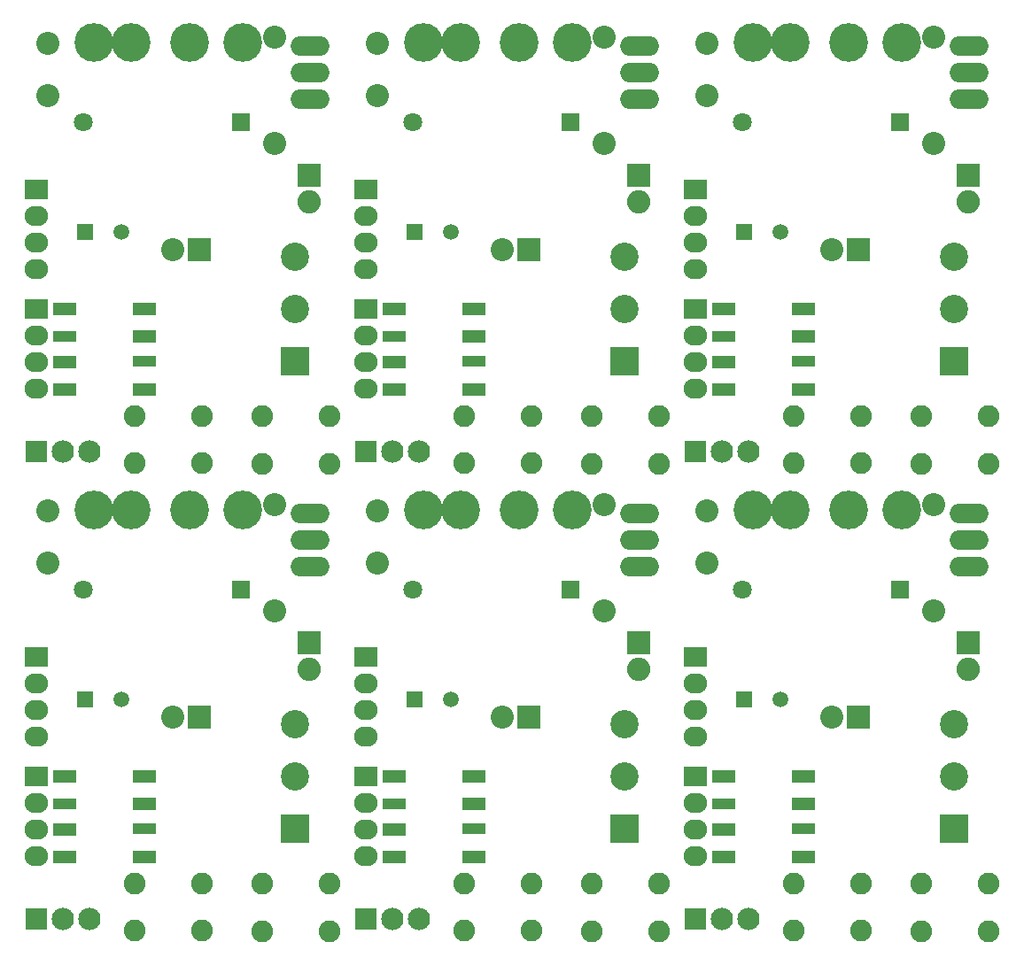
<source format=gts>
G04 #@! TF.FileFunction,Soldermask,Top*
%FSLAX46Y46*%
G04 Gerber Fmt 4.6, Leading zero omitted, Abs format (unit mm)*
G04 Created by KiCad (PCBNEW 4.0.1-2.201512121406+6195~38~ubuntu15.10.1-stable) date Monday, December 14, 2015 PM10:58:21 HKT*
%MOMM*%
G01*
G04 APERTURE LIST*
%ADD10C,0.100000*%
%ADD11C,2.202180*%
%ADD12R,2.235200X2.235200*%
%ADD13O,2.235200X2.235200*%
%ADD14O,3.703320X1.902460*%
%ADD15R,2.202180X1.102360*%
%ADD16R,2.202180X1.203960*%
%ADD17C,2.703200*%
%ADD18R,2.703200X2.703200*%
%ADD19R,2.133600X2.133600*%
%ADD20C,2.133600*%
%ADD21C,3.703320*%
%ADD22R,2.235200X1.930400*%
%ADD23O,2.235200X1.930400*%
%ADD24R,2.203200X2.203200*%
%ADD25C,2.203200*%
%ADD26C,1.503200*%
%ADD27R,1.503200X1.503200*%
%ADD28R,1.803200X1.803200*%
%ADD29C,1.803200*%
%ADD30C,2.082800*%
G04 APERTURE END LIST*
D10*
D11*
X87630000Y42418000D03*
X87630000Y32258000D03*
D12*
X90932000Y29210000D03*
D13*
X90932000Y26670000D03*
D14*
X91059000Y38989000D03*
X91059000Y41529000D03*
X91059000Y36449000D03*
D15*
X75173840Y11381740D03*
D16*
X75173840Y8732520D03*
X67574160Y8732520D03*
X67574160Y11333480D03*
D15*
X67574160Y13764260D03*
D16*
X67574160Y16413480D03*
X75173840Y16413480D03*
X75173840Y13812520D03*
D17*
X89611000Y21430000D03*
D18*
X89611000Y11430000D03*
D17*
X89611000Y16430000D03*
D11*
X65938000Y41818560D03*
X65938000Y36817300D03*
D19*
X64897000Y2794000D03*
D20*
X67437000Y2794000D03*
X69977000Y2794000D03*
D21*
X70358000Y41910000D03*
X84582000Y41910000D03*
X79502000Y41910000D03*
D22*
X64834000Y16383000D03*
D23*
X64834000Y13843000D03*
X64834000Y11303000D03*
X64834000Y8763000D03*
D22*
X64846000Y27838400D03*
D23*
X64846000Y25298400D03*
X64846000Y22758400D03*
X64846000Y20218400D03*
D24*
X80442000Y22072600D03*
D25*
X77902000Y22072600D03*
D26*
X72994000Y23749000D03*
D27*
X69494000Y23749000D03*
D28*
X84379000Y34239200D03*
D29*
X69379000Y34239200D03*
D30*
X74218800Y6197600D03*
X80721200Y6197600D03*
X74218800Y1676400D03*
X80721200Y1676400D03*
X86410800Y6134600D03*
X92913200Y6134600D03*
X86410800Y1613400D03*
X92913200Y1613400D03*
D21*
X73914000Y41910000D03*
D11*
X87630000Y87122000D03*
X87630000Y76962000D03*
D12*
X90932000Y73914000D03*
D13*
X90932000Y71374000D03*
D14*
X91059000Y83693000D03*
X91059000Y86233000D03*
X91059000Y81153000D03*
D15*
X75173840Y56085740D03*
D16*
X75173840Y53436520D03*
X67574160Y53436520D03*
X67574160Y56037480D03*
D15*
X67574160Y58468260D03*
D16*
X67574160Y61117480D03*
X75173840Y61117480D03*
X75173840Y58516520D03*
D17*
X89611000Y66134000D03*
D18*
X89611000Y56134000D03*
D17*
X89611000Y61134000D03*
D11*
X65938000Y86522560D03*
X65938000Y81521300D03*
D19*
X64897000Y47498000D03*
D20*
X67437000Y47498000D03*
X69977000Y47498000D03*
D21*
X70358000Y86614000D03*
X84582000Y86614000D03*
X79502000Y86614000D03*
D22*
X64834000Y61087000D03*
D23*
X64834000Y58547000D03*
X64834000Y56007000D03*
X64834000Y53467000D03*
D22*
X64846000Y72542400D03*
D23*
X64846000Y70002400D03*
X64846000Y67462400D03*
X64846000Y64922400D03*
D24*
X80442000Y66776600D03*
D25*
X77902000Y66776600D03*
D26*
X72994000Y68453000D03*
D27*
X69494000Y68453000D03*
D28*
X84379000Y78943200D03*
D29*
X69379000Y78943200D03*
D30*
X74218800Y50901600D03*
X80721200Y50901600D03*
X74218800Y46380400D03*
X80721200Y46380400D03*
X86410800Y50838600D03*
X92913200Y50838600D03*
X86410800Y46317400D03*
X92913200Y46317400D03*
D21*
X73914000Y86614000D03*
D11*
X56134000Y42418000D03*
X56134000Y32258000D03*
D12*
X59436000Y29210000D03*
D13*
X59436000Y26670000D03*
D14*
X59563000Y38989000D03*
X59563000Y41529000D03*
X59563000Y36449000D03*
D15*
X43677840Y11381740D03*
D16*
X43677840Y8732520D03*
X36078160Y8732520D03*
X36078160Y11333480D03*
D15*
X36078160Y13764260D03*
D16*
X36078160Y16413480D03*
X43677840Y16413480D03*
X43677840Y13812520D03*
D17*
X58115000Y21430000D03*
D18*
X58115000Y11430000D03*
D17*
X58115000Y16430000D03*
D11*
X34442000Y41818560D03*
X34442000Y36817300D03*
D19*
X33401000Y2794000D03*
D20*
X35941000Y2794000D03*
X38481000Y2794000D03*
D21*
X38862000Y41910000D03*
X53086000Y41910000D03*
X48006000Y41910000D03*
D22*
X33338000Y16383000D03*
D23*
X33338000Y13843000D03*
X33338000Y11303000D03*
X33338000Y8763000D03*
D22*
X33350000Y27838400D03*
D23*
X33350000Y25298400D03*
X33350000Y22758400D03*
X33350000Y20218400D03*
D24*
X48946000Y22072600D03*
D25*
X46406000Y22072600D03*
D26*
X41498000Y23749000D03*
D27*
X37998000Y23749000D03*
D28*
X52883000Y34239200D03*
D29*
X37883000Y34239200D03*
D30*
X42722800Y6197600D03*
X49225200Y6197600D03*
X42722800Y1676400D03*
X49225200Y1676400D03*
X54914800Y6134600D03*
X61417200Y6134600D03*
X54914800Y1613400D03*
X61417200Y1613400D03*
D21*
X42418000Y41910000D03*
D11*
X56134000Y87122000D03*
X56134000Y76962000D03*
D12*
X59436000Y73914000D03*
D13*
X59436000Y71374000D03*
D14*
X59563000Y83693000D03*
X59563000Y86233000D03*
X59563000Y81153000D03*
D15*
X43677840Y56085740D03*
D16*
X43677840Y53436520D03*
X36078160Y53436520D03*
X36078160Y56037480D03*
D15*
X36078160Y58468260D03*
D16*
X36078160Y61117480D03*
X43677840Y61117480D03*
X43677840Y58516520D03*
D17*
X58115000Y66134000D03*
D18*
X58115000Y56134000D03*
D17*
X58115000Y61134000D03*
D11*
X34442000Y86522560D03*
X34442000Y81521300D03*
D19*
X33401000Y47498000D03*
D20*
X35941000Y47498000D03*
X38481000Y47498000D03*
D21*
X38862000Y86614000D03*
X53086000Y86614000D03*
X48006000Y86614000D03*
D22*
X33338000Y61087000D03*
D23*
X33338000Y58547000D03*
X33338000Y56007000D03*
X33338000Y53467000D03*
D22*
X33350000Y72542400D03*
D23*
X33350000Y70002400D03*
X33350000Y67462400D03*
X33350000Y64922400D03*
D24*
X48946000Y66776600D03*
D25*
X46406000Y66776600D03*
D26*
X41498000Y68453000D03*
D27*
X37998000Y68453000D03*
D28*
X52883000Y78943200D03*
D29*
X37883000Y78943200D03*
D30*
X42722800Y50901600D03*
X49225200Y50901600D03*
X42722800Y46380400D03*
X49225200Y46380400D03*
X54914800Y50838600D03*
X61417200Y50838600D03*
X54914800Y46317400D03*
X61417200Y46317400D03*
D21*
X42418000Y86614000D03*
D11*
X24638000Y42418000D03*
X24638000Y32258000D03*
D12*
X27940000Y29210000D03*
D13*
X27940000Y26670000D03*
D14*
X28067000Y38989000D03*
X28067000Y41529000D03*
X28067000Y36449000D03*
D15*
X12181840Y11381740D03*
D16*
X12181840Y8732520D03*
X4582160Y8732520D03*
X4582160Y11333480D03*
D15*
X4582160Y13764260D03*
D16*
X4582160Y16413480D03*
X12181840Y16413480D03*
X12181840Y13812520D03*
D17*
X26619000Y21430000D03*
D18*
X26619000Y11430000D03*
D17*
X26619000Y16430000D03*
D11*
X2946000Y41818560D03*
X2946000Y36817300D03*
D19*
X1905000Y2794000D03*
D20*
X4445000Y2794000D03*
X6985000Y2794000D03*
D21*
X7366000Y41910000D03*
X21590000Y41910000D03*
X16510000Y41910000D03*
D22*
X1842000Y16383000D03*
D23*
X1842000Y13843000D03*
X1842000Y11303000D03*
X1842000Y8763000D03*
D22*
X1854000Y27838400D03*
D23*
X1854000Y25298400D03*
X1854000Y22758400D03*
X1854000Y20218400D03*
D24*
X17450000Y22072600D03*
D25*
X14910000Y22072600D03*
D26*
X10002000Y23749000D03*
D27*
X6502000Y23749000D03*
D28*
X21387000Y34239200D03*
D29*
X6387000Y34239200D03*
D30*
X11226800Y6197600D03*
X17729200Y6197600D03*
X11226800Y1676400D03*
X17729200Y1676400D03*
X23418800Y6134600D03*
X29921200Y6134600D03*
X23418800Y1613400D03*
X29921200Y1613400D03*
D21*
X10922000Y41910000D03*
X10922000Y86614000D03*
D30*
X23418800Y50838600D03*
X29921200Y50838600D03*
X23418800Y46317400D03*
X29921200Y46317400D03*
X11226800Y50901600D03*
X17729200Y50901600D03*
X11226800Y46380400D03*
X17729200Y46380400D03*
D28*
X21387000Y78943200D03*
D29*
X6387000Y78943200D03*
D26*
X10002000Y68453000D03*
D27*
X6502000Y68453000D03*
D24*
X17450000Y66776600D03*
D25*
X14910000Y66776600D03*
D22*
X1854000Y72542400D03*
D23*
X1854000Y70002400D03*
X1854000Y67462400D03*
X1854000Y64922400D03*
D22*
X1842000Y61087000D03*
D23*
X1842000Y58547000D03*
X1842000Y56007000D03*
X1842000Y53467000D03*
D21*
X16510000Y86614000D03*
X21590000Y86614000D03*
X7366000Y86614000D03*
D19*
X1905000Y47498000D03*
D20*
X4445000Y47498000D03*
X6985000Y47498000D03*
D11*
X2946000Y86522560D03*
X2946000Y81521300D03*
D17*
X26619000Y66134000D03*
D18*
X26619000Y56134000D03*
D17*
X26619000Y61134000D03*
D15*
X4582160Y58468260D03*
D16*
X4582160Y61117480D03*
X12181840Y61117480D03*
X12181840Y58516520D03*
D15*
X12181840Y56085740D03*
D16*
X12181840Y53436520D03*
X4582160Y53436520D03*
X4582160Y56037480D03*
D14*
X28067000Y83693000D03*
X28067000Y86233000D03*
X28067000Y81153000D03*
D12*
X27940000Y73914000D03*
D13*
X27940000Y71374000D03*
D11*
X24638000Y87122000D03*
X24638000Y76962000D03*
M02*

</source>
